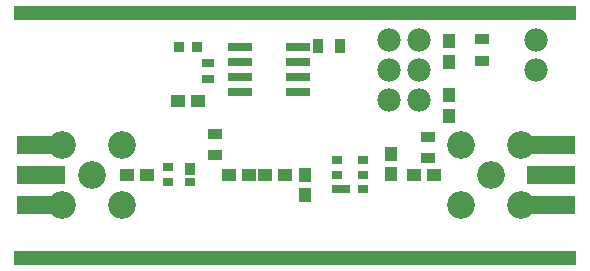
<source format=gts>
G75*
%MOIN*%
%OFA0B0*%
%FSLAX24Y24*%
%IPPOS*%
%LPD*%
%AMOC8*
5,1,8,0,0,1.08239X$1,22.5*
%
%ADD10R,1.8750X0.0450*%
%ADD11R,0.0820X0.0260*%
%ADD12R,0.1640X0.0640*%
%ADD13R,0.0473X0.0434*%
%ADD14R,0.0512X0.0355*%
%ADD15R,0.0434X0.0473*%
%ADD16R,0.0355X0.0512*%
%ADD17R,0.0355X0.0394*%
%ADD18R,0.0355X0.0276*%
%ADD19C,0.0780*%
%ADD20C,0.0926*%
%ADD21R,0.0394X0.0316*%
%ADD22R,0.0355X0.0355*%
%ADD23R,0.0631X0.0276*%
%ADD24R,0.0335X0.0276*%
D10*
X009555Y000405D03*
X009555Y008555D03*
D11*
X009650Y007430D03*
X009650Y006930D03*
X009650Y006430D03*
X009650Y005930D03*
X007710Y005930D03*
X007710Y006430D03*
X007710Y006930D03*
X007710Y007430D03*
D12*
X001080Y002180D03*
X001080Y003180D03*
X001080Y004180D03*
X018080Y004180D03*
X018080Y003180D03*
X018080Y002180D03*
D13*
X014165Y003180D03*
X013495Y003180D03*
X009215Y003180D03*
X008545Y003180D03*
X008015Y003180D03*
X007345Y003180D03*
X004615Y003180D03*
X003945Y003180D03*
X005645Y005630D03*
X006315Y005630D03*
D14*
X006880Y004534D03*
X006880Y003826D03*
X013980Y003726D03*
X013980Y004434D03*
X015780Y006976D03*
X015780Y007684D03*
D15*
X014680Y007615D03*
X014680Y006945D03*
X014680Y005815D03*
X014680Y005145D03*
X012730Y003865D03*
X012730Y003195D03*
X009880Y003165D03*
X009880Y002495D03*
D16*
X010326Y007480D03*
X011034Y007480D03*
D17*
X006034Y003377D03*
D18*
X005326Y003436D03*
X005326Y002924D03*
X006034Y002924D03*
D19*
X012680Y005680D03*
X013680Y005680D03*
X013680Y006680D03*
X012680Y006680D03*
X012680Y007680D03*
X013680Y007680D03*
X017580Y007680D03*
X017580Y006680D03*
D20*
X017080Y004180D03*
X016080Y003180D03*
X015080Y002180D03*
X017080Y002180D03*
X015080Y004180D03*
X003780Y004180D03*
X001780Y004180D03*
X002780Y003180D03*
X001780Y002180D03*
X003780Y002180D03*
D21*
X006630Y006374D03*
X006630Y006886D03*
D22*
X006275Y007430D03*
X005685Y007430D03*
D23*
X011085Y002708D03*
D24*
X011823Y002708D03*
X011823Y003180D03*
X010937Y003180D03*
X010937Y003652D03*
X011823Y003652D03*
M02*

</source>
